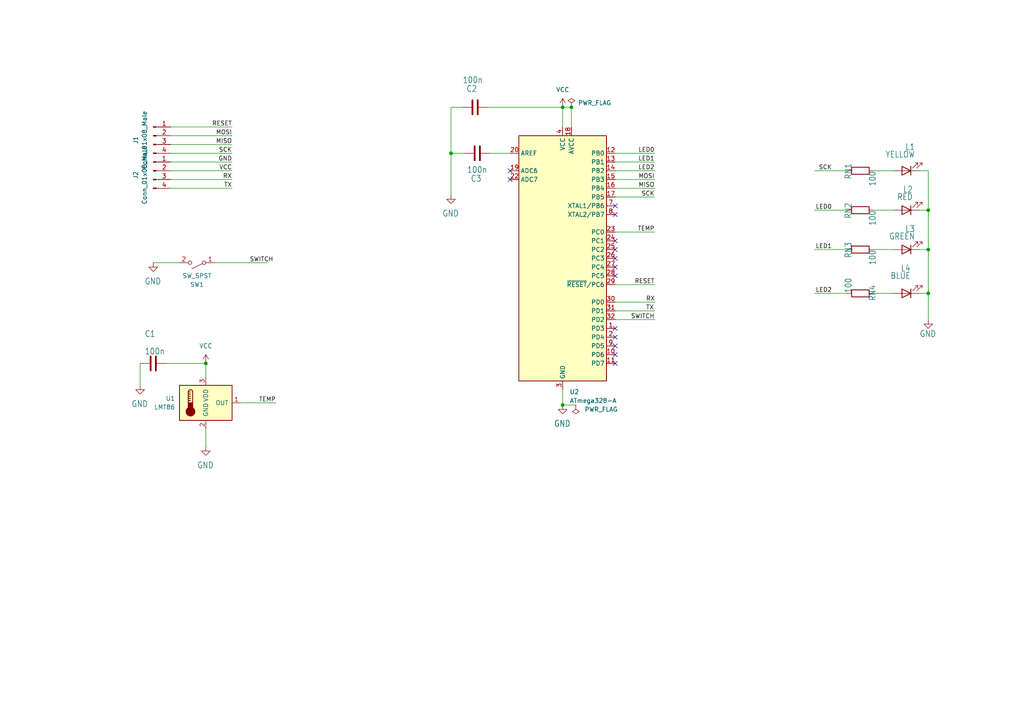
<source format=kicad_sch>
(kicad_sch (version 20211123) (generator eeschema)
  (paper "A4")
  (title_block (title "Yet Another Temperature Logger") (date "2022-05-28") (rev "0.5") (company "KMBS Labs"))
  (lib_symbols
    (symbol "Connector:Conn_01x04_Male" (pin_names (offset 1.016) hide)
      (property "Reference" "J" (at 0 5.08 0))
      (property "Value" "Conn_01x04_Male" (at 0 -7.62 0))
      (symbol "Conn_01x04_Male_1_1"
        (polyline (pts (xy 1.27 -5.08) (xy 0.8636 -5.08)) (stroke (width 0.1524)))
        (polyline (pts (xy 1.27 -2.54) (xy 0.8636 -2.54)) (stroke (width 0.1524)))
        (polyline (pts (xy 1.27 0) (xy 0.8636 0)) (stroke (width 0.1524)))
        (polyline (pts (xy 1.27 2.54) (xy 0.8636 2.54)) (stroke (width 0.1524)))
        (rectangle (start 0.8636 -4.953) (end 0 -5.207) (stroke (width 0.1524)) (fill (type outline)))
        (rectangle (start 0.8636 -2.413) (end 0 -2.667) (stroke (width 0.1524)) (fill (type outline)))
        (rectangle (start 0.8636 0.127) (end 0 -0.127) (stroke (width 0.1524)) (fill (type outline)))
        (rectangle (start 0.8636 2.667) (end 0 2.413) (stroke (width 0.1524)) (fill (type outline)))
        (pin passive line (at 5.08 2.54 180) (length 3.81) (name "Pin_1") (number "1"))
        (pin passive line (at 5.08 0 180) (length 3.81) (name "Pin_2") (number "2"))
        (pin passive line (at 5.08 -2.54 180) (length 3.81) (name "Pin_3") (number "3"))
        (pin passive line (at 5.08 -5.08 180) (length 3.81) (name "Pin_4") (number "4"))
      )
    )
    (symbol "Device:C" (pin_numbers hide) (pin_names (offset 0.254))
      (property "Reference" "C" (at 0.635 2.54 0))
      (property "Value" "C" (at 0.635 -2.54 0))
      (symbol "C_0_1"
        (polyline (pts (xy -2.032 -0.762) (xy 2.032 -0.762)) (stroke (width 0.508)))
        (polyline (pts (xy -2.032 0.762) (xy 2.032 0.762)) (stroke (width 0.508)))
      )
      (symbol "C_1_1"
        (pin passive line (at 0 3.81 270) (length 2.794) (name "~") (number "1"))
        (pin passive line (at 0 -3.81 90) (length 2.794) (name "~") (number "2"))
      )
    )
    (symbol "Device:LED" (pin_numbers hide) (pin_names (offset 1.016) hide)
      (property "Reference" "D" (at 0 2.54 0))
      (property "Value" "LED" (at 0 -2.54 0))
      (symbol "LED_0_1"
        (polyline (pts (xy -1.27 -1.27) (xy -1.27 1.27)) (stroke (width 0.254)))
        (polyline (pts (xy -1.27 0) (xy 1.27 0)))
        (polyline (pts (xy 1.27 -1.27) (xy 1.27 1.27) (xy -1.27 0) (xy 1.27 -1.27)) (stroke (width 0.254)))
        (polyline (pts (xy -3.048 -0.762) (xy -4.572 -2.286) (xy -3.81 -2.286) (xy -4.572 -2.286) (xy -4.572 -1.524)))
        (polyline (pts (xy -1.778 -0.762) (xy -3.302 -2.286) (xy -2.54 -2.286) (xy -3.302 -2.286) (xy -3.302 -1.524)))
      )
      (symbol "LED_1_1"
        (pin passive line (at -3.81 0 0) (length 2.54) (name "K") (number "1"))
        (pin passive line (at 3.81 0 180) (length 2.54) (name "A") (number "2"))
      )
    )
    (symbol "Device:R" (pin_numbers hide) (pin_names (offset 0))
      (property "Reference" "R" (at 2.032 0 90))
      (property "Value" "R" (at 0 0 90))
      (symbol "R_0_1"
        (rectangle (start -1.016 -2.54) (end 1.016 2.54) (stroke (width 0.254)))
      )
      (symbol "R_1_1"
        (pin passive line (at 0 3.81 270) (length 1.27) (name "~") (number "1"))
        (pin passive line (at 0 -3.81 90) (length 1.27) (name "~") (number "2"))
      )
    )
    (symbol "MCU_Microchip_ATmega:ATmega328-A"
      (property "Reference" "U" (at -12.7 36.83 0))
      (property "Value" "ATmega328-A" (at 2.54 -36.83 0))
      (symbol "ATmega328-A_0_1"
        (rectangle (start -12.7 -35.56) (end 12.7 35.56) (stroke (width 0.254)) (fill (type background)))
      )
      (symbol "ATmega328-A_1_1"
        (pin bidirectional line (at 15.24 -20.32 180) (length 2.54) (name "PD3") (number "1"))
        (pin bidirectional line (at 15.24 -27.94 180) (length 2.54) (name "PD6") (number "10"))
        (pin bidirectional line (at 15.24 -30.48 180) (length 2.54) (name "PD7") (number "11"))
        (pin bidirectional line (at 15.24 30.48 180) (length 2.54) (name "PB0") (number "12"))
        (pin bidirectional line (at 15.24 27.94 180) (length 2.54) (name "PB1") (number "13"))
        (pin bidirectional line (at 15.24 25.4 180) (length 2.54) (name "PB2") (number "14"))
        (pin bidirectional line (at 15.24 22.86 180) (length 2.54) (name "PB3") (number "15"))
        (pin bidirectional line (at 15.24 20.32 180) (length 2.54) (name "PB4") (number "16"))
        (pin bidirectional line (at 15.24 17.78 180) (length 2.54) (name "PB5") (number "17"))
        (pin power_in line (at 2.54 38.1 270) (length 2.54) (name "AVCC") (number "18"))
        (pin input line (at -15.24 25.4 0) (length 2.54) (name "ADC6") (number "19"))
        (pin bidirectional line (at 15.24 -22.86 180) (length 2.54) (name "PD4") (number "2"))
        (pin passive line (at -15.24 30.48 0) (length 2.54) (name "AREF") (number "20"))
        (pin passive line (at 0 -38.1 90) (length 2.54) hide (name "GND") (number "21"))
        (pin input line (at -15.24 22.86 0) (length 2.54) (name "ADC7") (number "22"))
        (pin bidirectional line (at 15.24 7.62 180) (length 2.54) (name "PC0") (number "23"))
        (pin bidirectional line (at 15.24 5.08 180) (length 2.54) (name "PC1") (number "24"))
        (pin bidirectional line (at 15.24 2.54 180) (length 2.54) (name "PC2") (number "25"))
        (pin bidirectional line (at 15.24 0 180) (length 2.54) (name "PC3") (number "26"))
        (pin bidirectional line (at 15.24 -2.54 180) (length 2.54) (name "PC4") (number "27"))
        (pin bidirectional line (at 15.24 -5.08 180) (length 2.54) (name "PC5") (number "28"))
        (pin bidirectional line (at 15.24 -7.62 180) (length 2.54) (name "~{RESET}/PC6") (number "29"))
        (pin power_in line (at 0 -38.1 90) (length 2.54) (name "GND") (number "3"))
        (pin bidirectional line (at 15.24 -12.7 180) (length 2.54) (name "PD0") (number "30"))
        (pin bidirectional line (at 15.24 -15.24 180) (length 2.54) (name "PD1") (number "31"))
        (pin bidirectional line (at 15.24 -17.78 180) (length 2.54) (name "PD2") (number "32"))
        (pin power_in line (at 0 38.1 270) (length 2.54) (name "VCC") (number "4"))
        (pin passive line (at 0 -38.1 90) (length 2.54) hide (name "GND") (number "5"))
        (pin passive line (at 0 38.1 270) (length 2.54) hide (name "VCC") (number "6"))
        (pin bidirectional line (at 15.24 15.24 180) (length 2.54) (name "XTAL1/PB6") (number "7"))
        (pin bidirectional line (at 15.24 12.7 180) (length 2.54) (name "XTAL2/PB7") (number "8"))
        (pin bidirectional line (at 15.24 -25.4 180) (length 2.54) (name "PD5") (number "9"))
      )
    )
    (symbol "Sensor_Temperature:LM35-LP" (pin_names (offset 1.016))
      (property "Reference" "U?" (at -8.89 1.2701 0))
      (property "Value" "LMT86" (at -8.89 -1.2699 0))
      (symbol "LM35-LP_0_1"
        (rectangle (start -7.62 5.08) (end 7.62 -5.08) (stroke (width 0.254)) (fill (type background)))
        (circle (center -4.445 -2.54) (radius 1.27) (stroke (width 0.254)) (fill (type outline)))
        (rectangle (start -3.81 -1.905) (end -5.08 0) (stroke (width 0.254)) (fill (type outline)))
        (arc (start -3.81 3.175) (mid -4.445 3.81) (end -5.08 3.175) (stroke (width 0.254)))
        (polyline (pts (xy -5.08 0.635) (xy -4.445 0.635)) (stroke (width 0.254)))
        (polyline (pts (xy -5.08 1.27) (xy -4.445 1.27)) (stroke (width 0.254)))
        (polyline (pts (xy -5.08 1.905) (xy -4.445 1.905)) (stroke (width 0.254)))
        (polyline (pts (xy -5.08 2.54) (xy -4.445 2.54)) (stroke (width 0.254)))
        (polyline (pts (xy -5.08 3.175) (xy -5.08 0)) (stroke (width 0.254)))
        (polyline (pts (xy -5.08 3.175) (xy -4.445 3.175)) (stroke (width 0.254)))
        (polyline (pts (xy -3.81 3.175) (xy -3.81 0)) (stroke (width 0.254)))
      )
      (symbol "LM35-LP_1_1"
        (pin output line (at 10.16 0 180) (length 2.54) (name "OUT") (number "1"))
        (pin power_in line (at 0 -7.62 90) (length 2.54) (name "GND") (number "2"))
        (pin power_in line (at 0 7.62 270) (length 2.54) (name "VDD") (number "3"))
      )
    )
    (symbol "Switch:SW_SPST" (pin_names (offset 0) hide)
      (property "Reference" "SW" (at 0 3.175 0))
      (property "Value" "SW_SPST" (at 0 -2.54 0))
      (symbol "SW_SPST_0_0"
        (circle (center -2.032 0) (radius 0.508))
        (polyline (pts (xy -1.524 0.254) (xy 1.524 1.778)))
        (circle (center 2.032 0) (radius 0.508))
      )
      (symbol "SW_SPST_1_1"
        (pin passive line (at -5.08 0 0) (length 2.54) (name "A") (number "1"))
        (pin passive line (at 5.08 0 180) (length 2.54) (name "B") (number "2"))
      )
    )
    (symbol "power:GND" (power) (pin_names (offset 0))
      (property "Value" "GND" (at 0 -3.81 0))
      (symbol "GND_0_1"
        (polyline (pts (xy 0 0) (xy 0 -1.27) (xy 1.27 -1.27) (xy 0 -2.54) (xy -1.27 -1.27) (xy 0 -1.27)))
      )
      (symbol "GND_1_1"
        (pin power_in line (at 0 0 270) (length 0) hide (name "GND") (number "1"))
      )
    )
    (symbol "power:PWR_FLAG" (power) (pin_numbers hide) (pin_names (offset 0) hide)
      (property "Value" "PWR_FLAG" (at 0 3.81 0))
      (symbol "PWR_FLAG_0_0"
        (pin power_out line (at 0 0 90) (length 0) (name "pwr") (number "1"))
      )
      (symbol "PWR_FLAG_0_1"
        (polyline (pts (xy 0 0) (xy 0 1.27) (xy -1.016 1.905) (xy 0 2.54) (xy 1.016 1.905) (xy 0 1.27)))
      )
    )
    (symbol "power:VCC" (power) (pin_names (offset 0))
      (property "Value" "VCC" (at 0 3.81 0))
      (symbol "VCC_0_1"
        (polyline (pts (xy -0.762 1.27) (xy 0 2.54)))
        (polyline (pts (xy 0 0) (xy 0 2.54)))
        (polyline (pts (xy 0 2.54) (xy 0.762 1.27)))
      )
      (symbol "VCC_1_1"
        (pin power_in line (at 0 0 90) (length 0) hide (name "VCC") (number "1"))
      )
    )
  )
  (junction (at 130.81 44.45))
  (junction (at 59.69 105.41))
  (junction (at 163.195 117.475))
  (junction (at 269.24 60.96))
  (junction (at 165.735 31.115))
  (junction (at 269.24 72.39))
  (junction (at 163.195 31.115))
  (junction (at 269.24 85.09))
  (no_connect (at 178.435 59.69))
  (no_connect (at 178.435 77.47))
  (no_connect (at 178.435 80.01))
  (no_connect (at 178.435 95.25))
  (no_connect (at 178.435 97.79))
  (no_connect (at 178.435 100.33))
  (no_connect (at 178.435 105.41))
  (no_connect (at 178.435 102.87))
  (no_connect (at 178.435 62.23))
  (no_connect (at 178.435 74.93))
  (no_connect (at 178.435 72.39))
  (no_connect (at 178.435 69.85))
  (no_connect (at 147.955 49.53))
  (no_connect (at 147.955 52.07))
  (wire (pts (xy 178.435 67.31) (xy 189.865 67.31)))
  (wire (pts (xy 269.24 85.09) (xy 269.24 92.71)))
  (wire (pts (xy 269.24 60.96) (xy 269.24 72.39)))
  (wire (pts (xy 269.24 72.39) (xy 269.24 85.09)))
  (wire (pts (xy 163.195 113.03) (xy 163.195 117.475)))
  (wire (pts (xy 253.365 72.39) (xy 259.08 72.39)))
  (wire (pts (xy 253.365 85.09) (xy 259.08 85.09)))
  (wire (pts (xy 49.53 46.99) (xy 67.31 46.99)))
  (wire (pts (xy 141.605 31.115) (xy 163.195 31.115)))
  (wire (pts (xy 69.85 116.84) (xy 80.01 116.84)))
  (wire (pts (xy 236.22 60.96) (xy 245.745 60.96)))
  (wire (pts (xy 178.435 54.61) (xy 189.865 54.61)))
  (wire (pts (xy 253.365 49.53) (xy 259.08 49.53)))
  (wire (pts (xy 49.53 52.07) (xy 67.31 52.07)))
  (wire (pts (xy 165.735 31.115) (xy 165.735 36.83)))
  (wire (pts (xy 269.24 60.96) (xy 266.7 60.96)))
  (wire (pts (xy 236.22 85.09) (xy 245.745 85.09)))
  (wire (pts (xy 178.435 92.71) (xy 189.865 92.71)))
  (wire (pts (xy 269.24 49.53) (xy 269.24 60.96)))
  (wire (pts (xy 236.22 72.39) (xy 245.745 72.39)))
  (wire (pts (xy 40.64 105.41) (xy 40.64 111.76)))
  (wire (pts (xy 269.24 85.09) (xy 266.7 85.09)))
  (wire (pts (xy 49.53 54.61) (xy 67.31 54.61)))
  (wire (pts (xy 178.435 46.99) (xy 189.865 46.99)))
  (wire (pts (xy 48.26 105.41) (xy 59.69 105.41)))
  (wire (pts (xy 178.435 87.63) (xy 189.865 87.63)))
  (wire (pts (xy 163.195 31.115) (xy 165.735 31.115)))
  (wire (pts (xy 178.435 44.45) (xy 189.865 44.45)))
  (wire (pts (xy 269.24 49.53) (xy 266.7 49.53)))
  (wire (pts (xy 236.22 49.53) (xy 245.745 49.53)))
  (wire (pts (xy 130.81 31.115) (xy 130.81 44.45)))
  (wire (pts (xy 178.435 49.53) (xy 189.865 49.53)))
  (wire (pts (xy 178.435 82.55) (xy 189.865 82.55)))
  (wire (pts (xy 178.435 57.15) (xy 189.865 57.15)))
  (wire (pts (xy 253.365 60.96) (xy 259.08 60.96)))
  (wire (pts (xy 163.195 117.475) (xy 167.005 117.475)))
  (wire (pts (xy 130.81 44.45) (xy 134.62 44.45)))
  (wire (pts (xy 178.435 52.07) (xy 189.865 52.07)))
  (wire (pts (xy 59.69 124.46) (xy 59.69 129.54)))
  (wire (pts (xy 59.69 105.41) (xy 59.69 109.22)))
  (wire (pts (xy 67.31 44.45) (xy 49.53 44.45)))
  (wire (pts (xy 52.07 76.2) (xy 44.45 76.2)))
  (wire (pts (xy 49.53 39.37) (xy 67.31 39.37)))
  (wire (pts (xy 67.31 41.91) (xy 49.53 41.91)))
  (wire (pts (xy 142.24 44.45) (xy 147.955 44.45)))
  (wire (pts (xy 178.435 90.17) (xy 189.865 90.17)))
  (wire (pts (xy 163.195 36.83) (xy 163.195 31.115)))
  (wire (pts (xy 133.985 31.115) (xy 130.81 31.115)))
  (wire (pts (xy 269.24 72.39) (xy 266.7 72.39)))
  (wire (pts (xy 49.53 49.53) (xy 67.31 49.53)))
  (wire (pts (xy 67.31 36.83) (xy 49.53 36.83)))
  (wire (pts (xy 77.47 76.2) (xy 62.23 76.2)))
  (wire (pts (xy 130.81 44.45) (xy 130.81 56.515)))
  (label "LED2" (at 189.865 49.53 180) (effects (font (size 1.2446 1.2446))))
  (label "SWITCH" (at 189.865 92.71 180) (effects (font (size 1.2446 1.2446))))
  (label "TX" (at 187.325 90.17 0))
  (label "LED1" (at 241.3 72.39 180) (effects (font (size 1.2446 1.2446))))
  (label "GND" (at 67.31 46.99 180) (effects (font (size 1.2446 1.2446))))
  (label "RESET" (at 67.31 36.83 180) (effects (font (size 1.2446 1.2446))))
  (label "MOSI" (at 189.865 52.07 180) (effects (font (size 1.2446 1.2446))))
  (label "RESET" (at 189.865 82.55 180) (effects (font (size 1.2446 1.2446))))
  (label "MOSI" (at 67.31 39.37 180) (effects (font (size 1.2446 1.2446))))
  (label "RX" (at 67.31 52.07 180))
  (label "MISO" (at 189.865 54.61 180) (effects (font (size 1.2446 1.2446))))
  (label "SCK" (at 67.31 44.45 180) (effects (font (size 1.2446 1.2446))))
  (label "LED2" (at 241.3 85.09 180) (effects (font (size 1.2446 1.2446))))
  (label "TEMP" (at 80.01 116.84 180) (effects (font (size 1.2446 1.2446))))
  (label "SCK" (at 241.3 49.53 180) (effects (font (size 1.2446 1.2446))))
  (label "LED1" (at 189.865 46.99 180) (effects (font (size 1.2446 1.2446))))
  (label "TEMP" (at 189.865 67.31 180) (effects (font (size 1.2446 1.2446))))
  (label "RX" (at 187.325 87.63 0))
  (label "VCC" (at 67.31 49.53 180) (effects (font (size 1.2446 1.2446))))
  (label "SWITCH" (at 72.39 76.2 0) (effects (font (size 1.2446 1.2446))))
  (label "SCK" (at 189.865 57.15 180) (effects (font (size 1.2446 1.2446))))
  (label "TX" (at 67.31 54.61 180))
  (label "LED0" (at 189.865 44.45 180) (effects (font (size 1.2446 1.2446))))
  (label "LED0" (at 241.3 60.96 180) (effects (font (size 1.2446 1.2446))))
  (label "MISO" (at 67.31 41.91 180) (effects (font (size 1.2446 1.2446))))
  (symbol (lib_id "Device:LED") (at 262.89 60.96 180) (unit 1)
    (property "Reference" "L2" (at 264.795 53.975 0) (effects (font (size 1.778 1.5113)) (justify left bottom)))
    (property "Value" "RED" (at 264.795 56.134 0) (effects (font (size 1.778 1.5113)) (justify left bottom)))
    (property "Footprint" "LED_SMD:LED_1206_3216Metric_Pad1.42x1.75mm_HandSolder" (effects hide))
  )
  (symbol (lib_id "power:GND") (at 59.69 129.54 0) (unit 1)
    (property "Reference" "#GND02" (effects hide))
    (property "Value" "GND" (at 57.15 135.89 0) (effects (font (size 1.778 1.5113)) (justify left bottom)))
    (property "Footprint" "arduino_Uno_Rev3-02-TH:" (effects hide))
  )
  (symbol (lib_id "power:VCC") (at 163.195 31.115 0) (unit 1)
    (property "Reference" "#PWR02" (effects hide))
    (property "Value" "VCC" (at 163.195 26.035 0))
  )
  (symbol (lib_id "power:PWR_FLAG") (at 167.005 117.475 180) (unit 1)
    (property "Reference" "#FLG02" (effects hide))
    (property "Value" "PWR_FLAG" (at 169.545 118.7449 0) (effects (justify right)))
  )
  (symbol (lib_id "power:GND") (at 269.24 92.71 0) (unit 1)
    (property "Reference" "#GND05" (effects hide))
    (property "Value" "GND" (at 266.7 97.79 0) (effects (font (size 1.778 1.5113)) (justify left bottom)))
    (property "Footprint" "arduino_Uno_Rev3-02-TH:" (effects hide))
  )
  (symbol (lib_id "Device:R") (at 249.555 49.53 270) (unit 1)
    (property "Reference" "RN1" (at 247.015 52.07 0) (effects (font (size 1.778 1.5113)) (justify right top)))
    (property "Value" "100" (at 252.095 49.53 0) (effects (font (size 1.778 1.5113)) (justify left bottom)))
    (property "Footprint" "Resistor_SMD:R_1206_3216Metric_Pad1.30x1.75mm_HandSolder" (effects hide))
  )
  (symbol (lib_id "Device:R") (at 249.555 72.39 270) (unit 1)
    (property "Reference" "RN3" (at 247.015 74.93 0) (effects (font (size 1.778 1.5113)) (justify right top)))
    (property "Value" "100" (at 252.095 72.39 0) (effects (font (size 1.778 1.5113)) (justify left bottom)))
    (property "Footprint" "Resistor_SMD:R_1206_3216Metric_Pad1.30x1.75mm_HandSolder" (effects hide))
  )
  (symbol (lib_id "power:GND") (at 44.45 76.2 0) (unit 1)
    (property "Reference" "#GND01" (effects hide))
    (property "Value" "GND" (at 41.91 82.55 0) (effects (font (size 1.778 1.5113)) (justify left bottom)))
    (property "Footprint" "arduino_Uno_Rev3-02-TH:" (effects hide))
  )
  (symbol (lib_id "Device:LED") (at 262.89 49.53 180) (unit 1)
    (property "Reference" "L1" (at 265.43 41.656 0) (effects (font (size 1.778 1.5113)) (justify left bottom)))
    (property "Value" "YELLOW" (at 265.43 43.815 0) (effects (font (size 1.778 1.5113)) (justify left bottom)))
    (property "Footprint" "LED_SMD:LED_1206_3216Metric_Pad1.42x1.75mm_HandSolder" (effects hide))
  )
  (symbol (lib_id "Connector:Conn_01x04_Male") (at 44.45 39.37 0) (unit 1)
    (property "Reference" "J1" (at 39.37 40.64 90))
    (property "Value" "Conn_01x08_Male" (at 41.91 40.64 90))
    (property "Footprint" "Connector_PinHeader_2.54mm:PinHeader_1x04_P2.54mm_Vertical" (effects hide))
  )
  (symbol (lib_id "power:VCC") (at 59.69 105.41 0) (unit 1)
    (property "Reference" "#PWR01" (effects hide))
    (property "Value" "VCC" (at 59.69 100.33 0))
  )
  (symbol (lib_id "power:GND") (at 130.81 56.515 0) (unit 1)
    (property "Reference" "#GND04" (effects hide))
    (property "Value" "GND" (at 128.27 62.865 0) (effects (font (size 1.778 1.5113)) (justify left bottom)))
    (property "Footprint" "arduino_Uno_Rev3-02-TH:" (effects hide))
  )
  (symbol (lib_id "Switch:SW_SPST") (at 57.15 76.2 180) (unit 1)
    (property "Reference" "SW1" (at 57.15 82.55 0))
    (property "Value" "SW_SPST" (at 57.15 80.01 0))
    (property "Footprint" "Button_Switch_SMD:SW_Push_1P1T_NO_6x6mm_H9.5mm" (effects hide))
  )
  (symbol (lib_id "Device:R") (at 249.555 85.09 90) (unit 1)
    (property "Reference" "RN4" (at 252.095 82.55 0) (effects (font (size 1.778 1.5113)) (justify right top)))
    (property "Value" "100" (at 247.015 85.09 0) (effects (font (size 1.778 1.5113)) (justify left bottom)))
    (property "Footprint" "Resistor_SMD:R_1206_3216Metric_Pad1.30x1.75mm_HandSolder" (effects hide))
  )
  (symbol (lib_id "power:GND") (at 40.64 111.76 0) (unit 1)
    (property "Reference" "#GND03" (effects hide))
    (property "Value" "GND" (at 38.1 118.11 0) (effects (font (size 1.778 1.5113)) (justify left bottom)))
    (property "Footprint" "arduino_Uno_Rev3-02-TH:" (effects hide))
  )
  (symbol (lib_id "power:GND") (at 163.195 117.475 0) (unit 1)
    (property "Reference" "#GND06" (effects hide))
    (property "Value" "GND" (at 160.655 123.825 0) (effects (font (size 1.778 1.5113)) (justify left bottom)))
    (property "Footprint" "arduino_Uno_Rev3-02-TH:" (effects hide))
  )
  (symbol (lib_id "Device:C") (at 138.43 44.45 270) (unit 1)
    (property "Reference" "C3" (at 139.7 50.8 90) (effects (font (size 1.778 1.5113)) (justify right top)))
    (property "Value" "100n" (at 141.351 48.26 90) (effects (font (size 1.778 1.5113)) (justify right top)))
    (property "Footprint" "Capacitor_SMD:C_1206_3216Metric_Pad1.33x1.80mm_HandSolder" (effects hide))
  )
  (symbol (lib_id "Device:R") (at 249.555 60.96 270) (unit 1)
    (property "Reference" "RN2" (at 247.015 63.5 0) (effects (font (size 1.778 1.5113)) (justify right top)))
    (property "Value" "100" (at 252.095 60.96 0) (effects (font (size 1.778 1.5113)) (justify left bottom)))
    (property "Footprint" "Resistor_SMD:R_1206_3216Metric_Pad1.30x1.75mm_HandSolder" (effects hide))
  )
  (symbol (lib_id "Connector:Conn_01x04_Male") (at 44.45 49.53 0) (unit 1)
    (property "Reference" "J2" (at 39.37 50.8 90))
    (property "Value" "Conn_01x08_Male" (at 41.91 50.8 90))
    (property "Footprint" "Connector_PinHeader_2.54mm:PinHeader_1x04_P2.54mm_Vertical" (effects hide))
  )
  (symbol (lib_id "Device:LED") (at 262.89 85.09 180) (unit 1)
    (property "Reference" "L4" (at 264.16 76.835 0) (effects (font (size 1.778 1.5113)) (justify left bottom)))
    (property "Value" "BLUE" (at 264.16 78.994 0) (effects (font (size 1.778 1.5113)) (justify left bottom)))
    (property "Footprint" "LED_SMD:LED_1206_3216Metric_Pad1.42x1.75mm_HandSolder" (effects hide))
  )
  (symbol (lib_id "Device:C") (at 137.795 31.115 270) (unit 1)
    (property "Reference" "C2" (at 138.43 24.765 90) (effects (font (size 1.778 1.5113)) (justify right top)))
    (property "Value" "100n" (at 140.081 22.225 90) (effects (font (size 1.778 1.5113)) (justify right top)))
    (property "Footprint" "Capacitor_SMD:C_1206_3216Metric_Pad1.33x1.80mm_HandSolder" (effects hide))
  )
  (symbol (lib_id "Device:LED") (at 262.89 72.39 180) (unit 1)
    (property "Reference" "L3" (at 265.43 65.405 0) (effects (font (size 1.778 1.5113)) (justify left bottom)))
    (property "Value" "GREEN" (at 265.43 67.564 0) (effects (font (size 1.778 1.5113)) (justify left bottom)))
    (property "Footprint" "LED_SMD:LED_1206_3216Metric_Pad1.42x1.75mm_HandSolder" (effects hide))
  )
  (symbol (lib_id "power:PWR_FLAG") (at 165.735 31.115 0) (unit 1)
    (property "Reference" "#FLG01" (effects hide))
    (property "Value" "PWR_FLAG" (at 167.64 29.8449 0) (effects (justify left)))
  )
  (symbol (lib_id "Sensor_Temperature:LM35-LP") (at 59.69 116.84 0) (unit 1)
    (property "Reference" "U1" (at 50.8 115.5699 0) (effects (justify right)))
    (property "Value" "LMT86" (at 50.8 118.1099 0) (effects (justify right)))
    (property "Footprint" "Connector_PinSocket_2.54mm:PinSocket_1x03_P2.54mm_Horizontal" (effects hide))
    (property "Datasheet" "https://www.ti.com/lit/gpn/lmt86" (effects hide))
  )
  (symbol (lib_id "Device:C") (at 44.45 105.41 270) (unit 1)
    (property "Reference" "C1" (at 41.91 97.79 90) (effects (font (size 1.778 1.5113)) (justify left bottom)))
    (property "Value" "100n" (at 41.91 102.87 90) (effects (font (size 1.778 1.5113)) (justify left bottom)))
    (property "Footprint" "Capacitor_SMD:C_1206_3216Metric_Pad1.33x1.80mm_HandSolder" (effects hide))
  )
  (symbol (lib_id "MCU_Microchip_ATmega:ATmega328-A") (at 163.195 74.93 0) (unit 1)
    (property "Reference" "U2" (at 165.2144 113.665 0) (effects (justify left)))
    (property "Value" "ATmega328-A" (at 165.2144 116.205 0) (effects (justify left)))
    (property "Footprint" "Package_QFP:TQFP-32_7x7mm_P0.8mm" (effects hide))
    (property "Datasheet" "http://ww1.microchip.com/downloads/en/DeviceDoc/ATmega328_P%20AVR%20MCU%20with%20picoPower%20Technology%20Data%20Sheet%2040001984A.pdf" (effects hide))
  )
)
</source>
